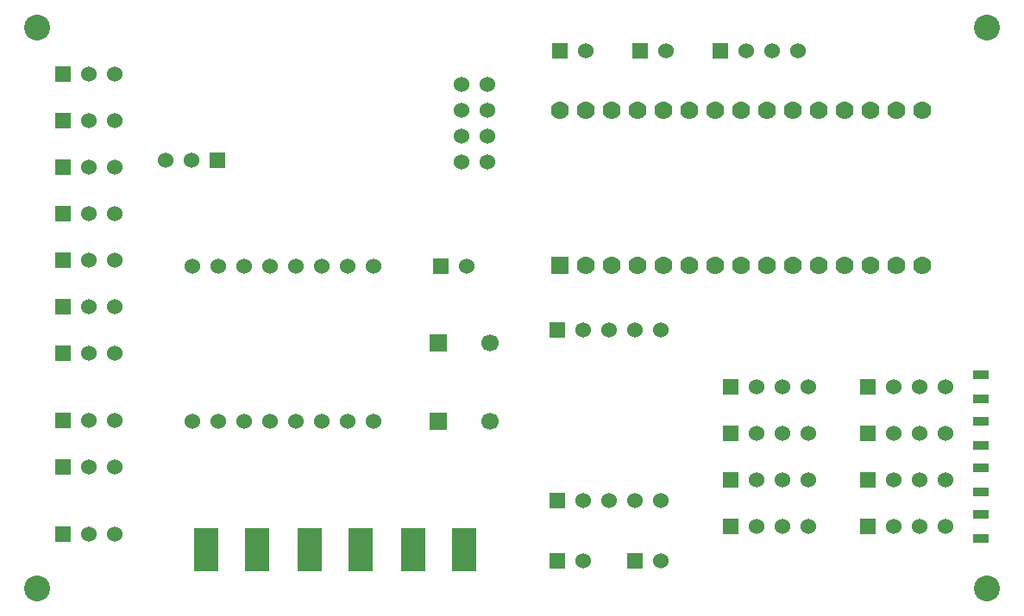
<source format=gts>
G04 DipTrace 4.3.0.5*
G04 Gerber_TopSolderMaskLayer.GTS*
%MOIN*%
G04 #@! TF.FileFunction,Soldermask,Top*
G04 #@! TF.Part,Single*
%ADD14C,0.06*%
%ADD20R,0.06X0.06*%
%ADD21C,0.06*%
%ADD22R,0.093699X0.168699*%
%ADD24R,0.07X0.07*%
%ADD25C,0.07*%
%ADD26C,0.1*%
%ADD37R,0.062992X0.035433*%
%ADD47R,0.066929X0.066929*%
%ADD49C,0.066929*%
%FSLAX26Y26*%
G04*
G70*
G90*
G75*
G01*
G04 TopMask*
%LPD*%
D49*
X2233700Y1433700D3*
D47*
X2033700Y1433694D3*
D49*
X2233700Y1128700D3*
D47*
X2033700D3*
D20*
X2043700Y1728700D3*
D14*
X2143700D3*
D20*
X2493700Y823700D3*
D21*
X2593700D3*
X2693700D3*
X2793700D3*
X2893700D3*
D20*
X2493700Y588700D3*
D14*
X2593700D3*
D20*
X2793700D3*
D14*
X2893700D3*
D26*
X4153700Y2653700D3*
Y483700D3*
X483700D3*
Y2653700D3*
D20*
X3163700Y1263700D3*
D21*
X3263700D3*
X3363700D3*
X3463700D3*
D20*
X3163700Y1083700D3*
D21*
X3263700D3*
X3363700D3*
X3463700D3*
D20*
X3163700Y903700D3*
D21*
X3263700D3*
X3363700D3*
X3463700D3*
D20*
X3163700Y723700D3*
D21*
X3263700D3*
X3363700D3*
X3463700D3*
D20*
X3123700Y2563700D3*
D21*
X3223700D3*
X3323700D3*
X3423700D3*
D20*
X583700Y693700D3*
D21*
X683700D3*
X783700D3*
D20*
X2503700Y2563700D3*
D14*
X2603700D3*
D22*
X1333700Y633700D3*
X1137700D3*
X1733700D3*
X1537700D3*
X2133700D3*
X1937700D3*
D37*
X4128700Y1310451D3*
Y1216949D3*
Y1130451D3*
Y1036949D3*
Y950451D3*
Y856949D3*
Y770451D3*
Y676949D3*
D20*
X583700Y2473700D3*
D21*
X683700D3*
X783700D3*
D20*
X583700Y2293700D3*
D21*
X683700D3*
X783700D3*
D20*
X583700Y2113700D3*
D21*
X683700D3*
X783700D3*
D20*
X583700Y1933700D3*
D21*
X683700D3*
X783700D3*
D20*
X583700Y1753700D3*
D21*
X683700D3*
X783700D3*
D20*
X583700Y1573700D3*
D21*
X683700D3*
X783700D3*
D20*
X583700Y1393700D3*
D21*
X683700D3*
X783700D3*
D20*
X2813700Y2563700D3*
D14*
X2913700D3*
D20*
X583700Y1133700D3*
D21*
X683700D3*
X783700D3*
D20*
X583700Y953700D3*
D21*
X683700D3*
X783700D3*
D20*
X3693700Y1263700D3*
D21*
X3793700D3*
X3893700D3*
X3993700D3*
D20*
X3693700Y1083700D3*
D21*
X3793700D3*
X3893700D3*
X3993700D3*
D20*
X3693700Y903700D3*
D21*
X3793700D3*
X3893700D3*
X3993700D3*
D20*
X3693700Y723700D3*
D21*
X3793700D3*
X3893700D3*
X3993700D3*
D24*
X2503700Y1733700D3*
D25*
X2603700D3*
X2703700D3*
X2803700D3*
X2903700D3*
X3003700D3*
X3103700D3*
X3203700D3*
X3303700D3*
X3403700D3*
X3503700D3*
X3603700D3*
X3703700D3*
X3803700D3*
X3903700D3*
X2503700Y2333700D3*
X2603700D3*
X2703700D3*
X2803700D3*
X2903700D3*
X3003700D3*
X3103700D3*
X3203700D3*
X3303700D3*
X3403700D3*
X3503700D3*
X3603700D3*
X3703700D3*
X3803700D3*
X3903700D3*
D21*
X2123705Y2133700D3*
Y2233700D3*
Y2333700D3*
Y2433700D3*
X2223705D3*
Y2333700D3*
Y2233700D3*
Y2133700D3*
D20*
X1178700Y2138700D3*
D21*
X1078700Y2138690D3*
X978700Y2138680D3*
X1083700Y1128700D3*
X1183700D3*
X1283700D3*
X1383700D3*
X1483700D3*
X1583700D3*
X1683700D3*
X1783700D3*
Y1728700D3*
X1683700D3*
X1583700D3*
X1483700D3*
X1383700D3*
X1283700D3*
X1183700D3*
X1083700D3*
X2893700Y1483695D3*
X2793700D3*
X2693700D3*
X2593700D3*
D20*
X2493700D3*
M02*

</source>
